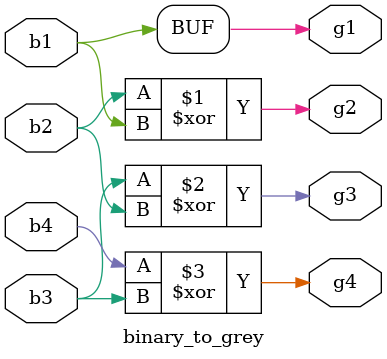
<source format=v>
module binary_to_grey(
  input b1,b2,b3,b4,
  output g1,g2,g3,g4);
  buf (g1,b1);
  xor a1(g2,b2,b1);
  xor a2(g3,b3,b2);
  xor a3(g4,b4,b3);
endmodule

</source>
